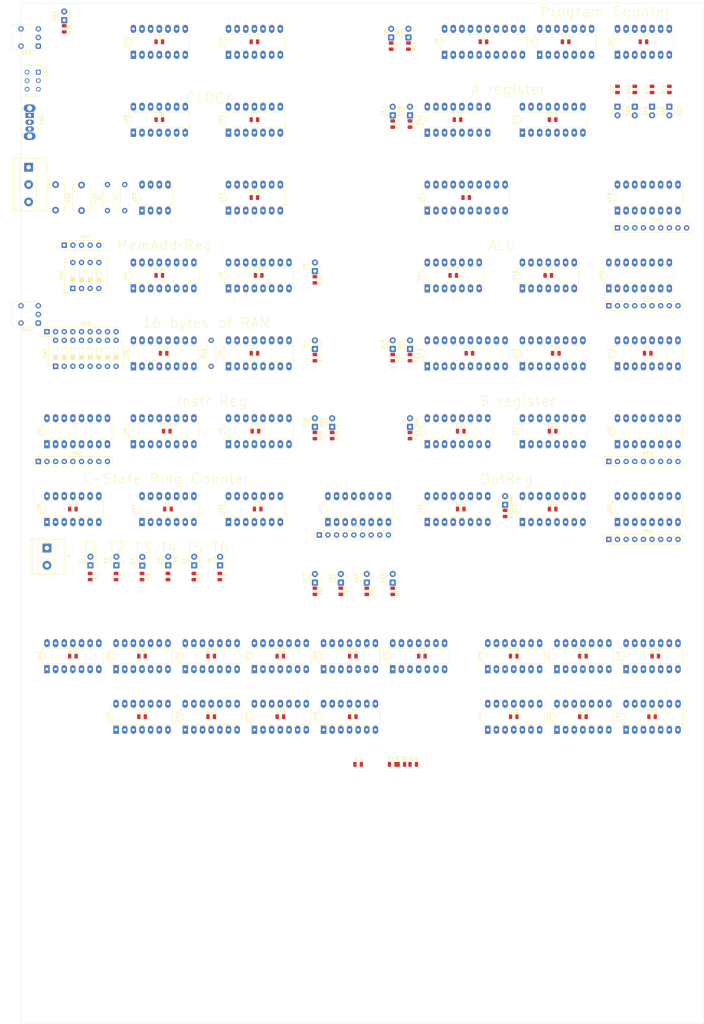
<source format=kicad_pcb>
(kicad_pcb (version 20211014) (generator pcbnew)
  (layers (0 "F.Cu" signal) (31 "B.Cu" signal) (34 "B.Paste" user) (35 "F.Paste" user) (36 "B.SilkS" user "B.Silkscreen") (37 "F.SilkS" user "F.Silkscreen") (38 "B.Mask" user) (39 "F.Mask" user) (44 "Edge.Cuts" user))
  (net 0 "")
  (net 1 "GND")
  (net 2 "+5V")
  (net 3 "+5")
  (net 4 "Net-(R1-Pad2)")
  (net 5 "/9-InstrControlRing/Ea")
  (net 6 "/9-InstrControlRing/Eu")
  (net 7 "/4-16x8RAM/D7")
  (net 8 "/4-16x8RAM/D6")
  (net 9 "/4-16x8RAM/D5")
  (net 10 "/4-16x8RAM/D4")
  (net 11 "/4-16x8RAM/D3")
  (net 12 "/4-16x8RAM/D2")
  (net 13 "Net-(U4-Pad6)")
  (net 14 "Net-(U4-Pad5)")
  (net 15 "Net-(U4-Pad4)")
  (net 16 "Net-(U4-Pad3)")
  (net 17 "Net-(U10-Pad6)")
  (net 18 "Net-(U10-Pad5)")
  (net 19 "Net-(U10-Pad4)")
  (net 20 "Net-(U10-Pad3)")
  (net 21 "Net-(U11-Pad6)")
  (net 22 "Net-(U11-Pad5)")
  (net 23 "Net-(U11-Pad4)")
  (net 24 "Net-(U11-Pad3)")
  (net 25 "Net-(U14-Pad6)")
  (net 26 "Net-(U14-Pad11)")
  (net 27 "Net-(U14-Pad3)")
  (net 28 "Net-(U14-Pad8)")
  (net 29 "Net-(U15-Pad6)")
  (net 30 "Net-(U15-Pad11)")
  (net 31 "Net-(U15-Pad3)")
  (net 32 "Net-(U15-Pad8)")
  (net 33 "Net-(D1-Pad1)")
  (net 34 "Net-(D2-Pad1)")
  (net 35 "Net-(U16-Pad13)")
  (net 36 "Net-(D3-Pad1)")
  (net 37 "Net-(D4-Pad1)")
  (net 38 "Net-(D5-Pad1)")
  (net 39 "Net-(D6-Pad1)")
  (net 40 "Net-(U16-Pad1)")
  (net 41 "Net-(U16-Pad4)")
  (net 42 "Net-(U24-Pad12)")
  (net 43 "Net-(U24-Pad10)")
  (net 44 "Net-(U25-Pad13)")
  (net 45 "Net-(U25-Pad12)")
  (net 46 "Net-(U26-Pad13)")
  (net 47 "Net-(U26-Pad2)")
  (net 48 "Net-(U26-Pad11)")
  (net 49 "Net-(U26-Pad10)")
  (net 50 "Net-(U27-Pad2)")
  (net 51 "Net-(U28-Pad3)")
  (net 52 "Net-(U31-Pad6)")
  (net 53 "Net-(U31-Pad4)")
  (net 54 "Net-(U31-Pad2)")
  (net 55 "Net-(U31-Pad8)")
  (net 56 "Net-(U32-Pad6)")
  (net 57 "Net-(U32-Pad8)")
  (net 58 "Net-(U33-Pad6)")
  (net 59 "Net-(U33-Pad8)")
  (net 60 "Net-(U35-Pad12)")
  (net 61 "Net-(U35-Pad10)")
  (net 62 "Net-(U36-Pad4)")
  (net 63 "Net-(U36-Pad11)")
  (net 64 "Net-(U36-Pad2)")
  (net 65 "Net-(U37-Pad4)")
  (net 66 "Net-(U37-Pad11)")
  (net 67 "Net-(U38-Pad4)")
  (net 68 "Net-(U39-Pad6)")
  (net 69 "Net-(U39-Pad11)")
  (net 70 "Net-(U39-Pad3)")
  (net 71 "Net-(U39-Pad8)")
  (net 72 "Net-(U40-Pad6)")
  (net 73 "Net-(U40-Pad11)")
  (net 74 "Net-(U40-Pad3)")
  (net 75 "Net-(U40-Pad8)")
  (net 76 "Net-(U41-Pad6)")
  (net 77 "Net-(U41-Pad11)")
  (net 78 "Net-(U41-Pad3)")
  (net 79 "Net-(U41-Pad8)")
  (net 80 "Net-(U42-Pad6)")
  (net 81 "Net-(U42-Pad11)")
  (net 82 "Net-(U42-Pad3)")
  (net 83 "Net-(U42-Pad8)")
  (net 84 "Net-(U43-Pad6)")
  (net 85 "Net-(U43-Pad3)")
  (net 86 "Net-(U44-Pad8)")
  (net 87 "Net-(U45-Pad6)")
  (net 88 "Net-(U45-Pad12)")
  (net 89 "Net-(U46-Pad6)")
  (net 90 "Net-(C51-Pad1)")
  (net 91 "Net-(C52-Pad1)")
  (net 92 "/4-16x8RAM/~{WRITE}")
  (net 93 "/3-InputAndMAR/A0")
  (net 94 "/3-InputAndMAR/A1")
  (net 95 "/3-InputAndMAR/A2")
  (net 96 "/3-InputAndMAR/A3")
  (net 97 "/4-16x8RAM/RUN")
  (net 98 "/1-PowerClock/RESET")
  (net 99 "/1-PowerClock/RUN")
  (net 100 "/1-PowerClock/HIGH")
  (net 101 "/1-PowerClock/LOW")
  (net 102 "/1-PowerClock/AUTO")
  (net 103 "/1-PowerClock/SSTEP")
  (net 104 "/1-PowerClock/~{CLR}")
  (net 105 "/4-16x8RAM/READ")
  (net 106 "/1-PowerClock/~{CLK}")
  (net 108 "/9-InstrControlRing/T2")
  (net 112 "/1-PowerClock/CLK")
  (net 113 "/3-InputAndMAR/~{L}m")
  (net 114 "/4-16x8RAM/W6")
  (net 115 "/4-16x8RAM/W7")
  (net 116 "/4-16x8RAM/W4")
  (net 117 "/4-16x8RAM/W5")
  (net 118 "/1-PowerClock/CLR")
  (net 119 "/5-InstructionRegister/I4")
  (net 120 "/5-InstructionRegister/I5")
  (net 121 "/5-InstructionRegister/I6")
  (net 122 "/5-InstructionRegister/I7")
  (net 123 "/5-InstructionRegister/~{L}i")
  (net 124 "/5-InstructionRegister/~{E}i")
  (net 125 "/6-AccuAddSub/W4")
  (net 126 "/6-AccuAddSub/W5")
  (net 127 "/6-AccuAddSub/W6")
  (net 128 "/6-AccuAddSub/W7")
  (net 129 "/6-AccuAddSub/~{L}a")
  (net 130 "/6-AccuAddSub/W0")
  (net 131 "/6-AccuAddSub/W1")
  (net 132 "/6-AccuAddSub/W2")
  (net 133 "/6-AccuAddSub/W3")
  (net 134 "/4-16x8RAM/D1")
  (net 135 "/6-AccuAddSub/Su")
  (net 136 "/6-AccuAddSub/REGB4")
  (net 137 "/6-AccuAddSub/REGB6")
  (net 138 "/6-AccuAddSub/REGB5")
  (net 139 "/6-AccuAddSub/REGB7")
  (net 140 "/6-AccuAddSub/REGB0")
  (net 141 "/6-AccuAddSub/REGB2")
  (net 142 "/6-AccuAddSub/REGB1")
  (net 143 "/6-AccuAddSub/REGB3")
  (net 144 "/4-16x8RAM/D0")
  (net 145 "/7-RegisterB/~{L}b")
  (net 146 "/8-OutputRegister/~{L}o")
  (net 147 "/1-PowerClock/~{HLT}")
  (net 148 "/9-InstrControlRing/T3")
  (net 149 "/9-InstrControlRing/SUB")
  (net 150 "/9-InstrControlRing/ADD")
  (net 151 "/9-InstrControlRing/LDA")
  (net 152 "/9-InstrControlRing/OUT")
  (net 153 "/9-InstrControlRing/T5")
  (net 154 "/9-InstrControlRing/T6")
  (net 155 "/9-InstrControlRing/T4")
  (net 156 "Net-(D10-Pad2)")
  (net 157 "Net-(D10-Pad1)")
  (net 158 "Net-(D11-Pad2)")
  (net 159 "Net-(D11-Pad1)")
  (net 160 "Net-(D12-Pad2)")
  (net 161 "Net-(D12-Pad1)")
  (net 162 "Net-(D13-Pad2)")
  (net 163 "Net-(D13-Pad1)")
  (net 164 "Net-(RN1-Pad9)")
  (net 165 "Net-(RN1-Pad8)")
  (net 166 "Net-(RN1-Pad7)")
  (net 167 "Net-(RN1-Pad6)")
  (net 168 "Net-(RN1-Pad5)")
  (net 169 "Net-(RN1-Pad4)")
  (net 170 "Net-(RN1-Pad3)")
  (net 171 "Net-(RN1-Pad2)")
  (net 172 "Net-(RN2-Pad9)")
  (net 173 "Net-(RN2-Pad8)")
  (net 174 "Net-(RN2-Pad7)")
  (net 175 "Net-(RN2-Pad6)")
  (net 176 "Net-(RN2-Pad5)")
  (net 177 "Net-(RN2-Pad4)")
  (net 178 "Net-(RN2-Pad3)")
  (net 179 "Net-(RN2-Pad2)")
  (net 180 "Net-(RN4-Pad9)")
  (net 181 "Net-(RN4-Pad8)")
  (net 182 "Net-(RN4-Pad7)")
  (net 183 "Net-(RN4-Pad6)")
  (net 184 "Net-(RN4-Pad5)")
  (net 185 "Net-(RN4-Pad4)")
  (net 186 "Net-(RN4-Pad3)")
  (net 187 "Net-(RN4-Pad2)")
  (net 188 "Net-(RN5-Pad9)")
  (net 189 "Net-(RN5-Pad8)")
  (net 190 "Net-(RN5-Pad7)")
  (net 191 "Net-(RN5-Pad6)")
  (net 192 "Net-(RN5-Pad5)")
  (net 193 "Net-(RN5-Pad4)")
  (net 194 "Net-(RN5-Pad3)")
  (net 195 "Net-(RN5-Pad2)")
  (net 196 "Net-(RN3-Pad9)")
  (net 197 "Net-(RN3-Pad8)")
  (net 198 "Net-(RN3-Pad7)")
  (net 199 "Net-(RN3-Pad6)")
  (net 200 "Net-(RN3-Pad5)")
  (net 201 "Net-(RN3-Pad4)")
  (net 202 "Net-(RN3-Pad3)")
  (net 203 "Net-(RN3-Pad2)")
  (net 204 "Net-(U22-Pad6)")
  (net 205 "Net-(U22-Pad5)")
  (net 206 "Net-(U22-Pad4)")
  (net 207 "Net-(U22-Pad3)")
  (net 208 "Net-(U23-Pad6)")
  (net 209 "Net-(U23-Pad5)")
  (net 210 "Net-(U23-Pad4)")
  (net 211 "Net-(U23-Pad3)")
  (net 212 "Net-(RN6-Pad9)")
  (net 213 "Net-(RN6-Pad8)")
  (net 214 "Net-(RN6-Pad7)")
  (net 215 "Net-(RN6-Pad6)")
  (net 216 "Net-(RN6-Pad5)")
  (net 217 "Net-(RN6-Pad4)")
  (net 218 "Net-(RN6-Pad3)")
  (net 219 "Net-(RN6-Pad2)")
  (net 220 "/5-InstructionRegister/I0")
  (net 221 "/5-InstructionRegister/I1")
  (net 222 "/5-InstructionRegister/I2")
  (net 223 "/5-InstructionRegister/I3")
  (net 228 "/4-16x8RAM/W3")
  (net 230 "/4-16x8RAM/W2")
  (net 232 "/4-16x8RAM/W1")
  (net 234 "/4-16x8RAM/W0")
  (net 236 "/9-InstrControlRing/T1")
  (net 237 "Net-(U16-Pad7)")
  (net 240 "Net-(U16-Pad10)")
  (net 241 "Net-(U17-Pad1)")
  (net 242 "Net-(U17-Pad4)")
  (net 243 "Net-(U17-Pad10)")
  (net 244 "Net-(U17-Pad13)")
  (net 245 "Net-(D7-Pad1)")
  (net 246 "Net-(D8-Pad1)")
  (net 247 "Net-(D9-Pad1)")
  (net 248 "Net-(D14-Pad1)")
  (net 249 "Net-(D15-Pad1)")
  (net 250 "Net-(D16-Pad1)")
  (net 251 "Net-(D17-Pad1)")
  (net 252 "Net-(D18-Pad1)")
  (net 253 "Net-(D19-Pad1)")
  (net 254 "Net-(D20-Pad1)")
  (net 255 "Net-(D21-Pad1)")
  (net 256 "Net-(D22-Pad1)")
  (net 257 "Net-(D23-Pad1)")
  (net 258 "Net-(D24-Pad1)")
  (net 259 "Net-(D25-Pad1)")
  (net 260 "Net-(D26-Pad1)")
  (net 261 "Net-(D27-Pad1)")
  (net 262 "/2-ProgramCounter/~{Ep}")
  (net 263 "/6-AccuAddSub/~{Ea}")
  (net 264 "/6-AccuAddSub/~{Eu}")
  (net 265 "Net-(U44-Pad6)")
  (net 266 "/9-InstrControlRing/Lo")
  (net 267 "Net-(SW2-Pad2)")
  (net 269 "Net-(U5-Pad1)")
  (footprint "Capacitor_THT:C_Disc_D7.5mm_W5.0mm_P7.50mm" (layer "F.Cu") (at 58.42 68.58 -90)
    (fp_text reference "C51")
    (fp_text value "10nF")
  )
  (footprint "Capacitor_THT:C_Disc_D7.5mm_W5.0mm_P7.50mm" (layer "F.Cu") (at 66.04 68.7 -90)
    (fp_text reference "C52")
    (fp_text value "10nF")
  )
  (footprint "Capacitor_SMD:C_0805_2012Metric" (layer "F.Cu") (at 233.685 224.775)
    (fp_text reference "C55")
    (fp_text value "100nF")
  )
  (footprint "Capacitor_SMD:C_0805_2012Metric" (layer "F.Cu") (at 193.045 224.775)
    (fp_text reference "C56")
    (fp_text value "100nF")
  )
  (footprint "TerminalBlock_Phoenix:TerminalBlock_Phoenix_MKDS-1,5-2-5.08_1x02_P5.08mm_Horizontal" (layer "F.Cu") (at 55.88 175.26 -90)
    (fp_text reference "J1")
    (fp_text value "PowerIn")
  )
  (footprint "Resistor_THT:R_Axial_DIN0207_L6.3mm_D2.5mm_P7.62mm_Horizontal" (layer "F.Cu") (at 78.74 76.2 90)
    (fp_text reference "R1")
    (fp_text value "36k")
  )
  (footprint "Resistor_THT:R_Axial_DIN0207_L6.3mm_D2.5mm_P7.62mm_Horizontal" (layer "F.Cu") (at 73.66 76.2 90)
    (fp_text reference "R2")
    (fp_text value "18k")
  )
  (footprint "Button_Switch_THT:SW_DIP_SPSTx04_Slide_9.78x12.34mm_W7.62mm_P2.54mm" (layer "F.Cu") (at 63.5 99.06 90)
    (fp_text reference "SW1")
    (fp_text value "MemAddr")
  )
  (footprint "Button_Switch_THT:SW_DIP_SPSTx08_Slide_6.7x21.88mm_W7.62mm_P2.54mm_LowProfile" (layer "F.Cu") (at 58.42 121.92 90)
    (fp_text reference "SW3")
    (fp_text value "DATA")
  )
  (footprint "TerminalBlock_Phoenix:TerminalBlock_Phoenix_MKDS-1,5-3-5.08_1x03_P5.08mm_Horizontal" (layer "F.Cu") (at 50.495 63.495 -90)
    (fp_text reference "SW7")
    (fp_text value "SSTEP/AUTO")
  )
  (footprint "Package_DIP:DIP-16_W7.62mm_LongPads" (layer "F.Cu") (at 81.28 99.06 90)
    (fp_text reference "U4")
    (fp_text value "74LS173")
  )
  (footprint "Package_DIP:DIP-16_W7.62mm_LongPads" (layer "F.Cu") (at 81.28 121.92 90)
    (fp_text reference "U6")
    (fp_text value "74189")
  )
  (footprint "Package_DIP:DIP-16_W7.62mm_LongPads" (layer "F.Cu") (at 109.22 121.92 90)
    (fp_text reference "U7")
    (fp_text value "74189")
  )
  (footprint "Package_DIP:DIP-16_W7.62mm_LongPads" (layer "F.Cu") (at 81.28 144.78 90)
    (fp_text reference "U8")
    (fp_text value "74LS173")
  )
  (footprint "Package_DIP:DIP-16_W7.62mm_LongPads" (layer "F.Cu") (at 109.22 144.78 90)
    (fp_text reference "U9")
    (fp_text value "74LS173")
  )
  (footprint "Package_DIP:DIP-16_W7.62mm_LongPads" (layer "F.Cu") (at 167.64 53.34 90)
    (fp_text reference "U10")
    (fp_text value "74LS173")
  )
  (footprint "Package_DIP:DIP-16_W7.62mm_LongPads" (layer "F.Cu") (at 195.58 53.34 90)
    (fp_text reference "U11")
    (fp_text value "74LS173")
  )
  (footprint "Package_DIP:DIP-14_W7.62mm_LongPads" (layer "F.Cu") (at 167.64 99.06 90)
    (fp_text reference "U14")
    (fp_text value "74LS86")
  )
  (footprint "Package_DIP:DIP-14_W7.62mm_LongPads" (layer "F.Cu") (at 195.58 99.06 90)
    (fp_text reference "U15")
    (fp_text value "74LS86")
  )
  (footprint "Package_DIP:DIP-16_W7.62mm_LongPads" (layer "F.Cu") (at 167.64 144.78 90)
    (fp_text reference "U20")
    (fp_text value "74LS173")
  )
  (footprint "Package_DIP:DIP-16_W7.62mm_LongPads" (layer "F.Cu") (at 195.58 144.78 90)
    (fp_text reference "U21")
    (fp_text value "74LS173")
  )
  (footprint "Package_DIP:DIP-16_W7.62mm_LongPads" (layer "F.Cu") (at 167.64 167.64 90)
    (fp_text reference "U22")
    (fp_text value "74LS173")
  )
  (footprint "Package_DIP:DIP-16_W7.62mm_LongPads" (layer "F.Cu") (at 195.58 167.64 90)
    (fp_text reference "U23")
    (fp_text value "74LS173")
  )
  (footprint "Package_DIP:DIP-8_W7.62mm_LongPads" (layer "F.Cu") (at 83.82 76.2 90)
    (fp_text reference "U28")
    (fp_text value "LM555xM")
  )
  (footprint "Package_DIP:DIP-14_W7.62mm_LongPads" (layer "F.Cu") (at 157.48 210.82 90)
    (fp_text reference "U31")
    (fp_text value "74LS04")
  )
  (footprint "Package_DIP:DIP-14_W7.62mm_LongPads" (layer "F.Cu") (at 226.06 228.6 90)
    (fp_text reference "U32")
    (fp_text value "74LS20")
  )
  (footprint "Package_DIP:DIP-14_W7.62mm_LongPads" (layer "F.Cu") (at 205.74 228.6 90)
    (fp_text reference "U33")
    (fp_text value "74LS20")
  )
  (footprint "Package_DIP:DIP-14_W7.62mm_LongPads" (layer "F.Cu") (at 185.42 228.6 90)
    (fp_text reference "U34")
    (fp_text value "74LS20")
  )
  (footprint "Package_DIP:DIP-14_W7.62mm_LongPads" (layer "F.Cu") (at 185.42 210.82 90)
    (fp_text reference "U35")
    (fp_text value "74LS04")
  )
  (footprint "Package_DIP:DIP-14_W7.62mm_LongPads" (layer "F.Cu") (at 109.22 167.64 90)
    (fp_text reference "U36")
    (fp_text value "74LS107")
  )
  (footprint "Package_DIP:DIP-14_W7.62mm_LongPads" (layer "F.Cu") (at 83.82 167.64 90)
    (fp_text reference "U37")
    (fp_text value "74LS107")
  )
  (footprint "Package_DIP:DIP-14_W7.62mm_LongPads" (layer "F.Cu") (at 55.875 167.64 90)
    (fp_text reference "U38")
    (fp_text value "74LS107")
  )
  (footprint "Package_DIP:DIP-14_W7.62mm_LongPads" (layer "F.Cu") (at 137.16 210.82 90)
    (fp_text reference "U39")
    (fp_text value "74LS00")
  )
  (footprint "Package_DIP:DIP-14_W7.62mm_LongPads" (layer "F.Cu") (at 116.835 210.82 90)
    (fp_text reference "U40")
    (fp_text value "74LS00")
  )
  (footprint "Package_DIP:DIP-14_W7.62mm_LongPads" (layer "F.Cu") (at 96.515 210.82 90)
    (fp_text reference "U41")
    (fp_text value "74LS00")
  )
  (footprint "Package_DIP:DIP-14_W7.62mm_LongPads" (layer "F.Cu") (at 76.195 210.82 90)
    (fp_text reference "U42")
    (fp_text value "74LS00")
  )
  (footprint "Package_DIP:DIP-14_W7.62mm_LongPads" (layer "F.Cu") (at 55.88 210.82 90)
    (fp_text reference "U43")
    (fp_text value "74LS00")
  )
  (footprint "Package_DIP:DIP-14_W7.62mm_LongPads" (layer "F.Cu") (at 116.84 228.6 90)
    (fp_text reference "U44")
    (fp_text value "74LS20")
  )
  (footprint "Package_DIP:DIP-14_W7.62mm_LongPads" (layer "F.Cu") (at 96.52 228.6 90)
    (fp_text reference "U45")
    (fp_text value "74LS10")
  )
  (footprint "Package_DIP:DIP-14_W7.62mm_LongPads" (layer "F.Cu") (at 76.2 228.6 90)
    (fp_text reference "U46")
    (fp_text value "74LS00")
  )
  (footprint "Package_DIP:DIP-14_W7.62mm_LongPads" (layer "F.Cu") (at 205.74 210.82 90)
    (fp_text reference "U47")
    (fp_text value "74LS04")
  )
  (footprint "Package_DIP:DIP-14_W7.62mm_LongPads" (layer "F.Cu") (at 226.06 210.82 90)
    (fp_text reference "U48")
    (fp_text value "74LS04")
  )
  (footprint "Resistor_THT:R_Axial_DIN0207_L6.3mm_D2.5mm_P7.62mm_Horizontal" (layer "F.Cu") (at 104.14 121.92 90)
    (fp_text reference "R11")
    (fp_text value "10K")
  )
  (footprint "Package_DIP:DIP-20_W7.62mm_LongPads" (layer "F.Cu") (at 172.72 30.48 90)
    (fp_text reference "U3")
    (fp_text value "74LS245")
  )
  (footprint "Package_DIP:DIP-16_W7.62mm_LongPads" (layer "F.Cu") (at 109.22 99.06 90)
    (fp_text reference "U5")
    (fp_text value "74LS157")
  )
  (footprint "Package_DIP:DIP-20_W7.62mm_LongPads" (layer "F.Cu") (at 167.64 76.2 90)
    (fp_text reference "U12")
    (fp_text value "74LS245")
  )
  (footprint "Package_DIP:DIP-14_W7.62mm_LongPads" (layer "F.Cu") (at 81.28 53.34 90)
    (fp_text reference "U26")
    (fp_text value "74LS00")
  )
  (footprint "LED_THT:LED_D3.0mm" (layer "F.Cu") (at 223.52 45.72 -90)
    (fp_text reference "D10")
    (fp_text value "Or")
  )
  (footprint "LED_THT:LED_D3.0mm" (layer "F.Cu") (at 228.6 45.72 -90)
    (fp_text reference "D11")
    (fp_text value "Or")
  )
  (footprint "LED_THT:LED_D3.0mm" (layer "F.Cu") (at 233.68 45.72 -90)
    (fp_text reference "D12")
    (fp_text value "Or")
  )
  (footprint "LED_THT:LED_D3.0mm" (layer "F.Cu") (at 238.76 45.72 -90)
    (fp_text reference "D13")
    (fp_text value "Or")
  )
  (footprint "Resistor_SMD:R_0805_2012Metric" (layer "F.Cu") (at 223.52 40.64 90)
    (fp_text reference "R12")
    (fp_text value "470")
  )
  (footprint "Resistor_SMD:R_0805_2012Metric" (layer "F.Cu") (at 228.6 40.64 90)
    (fp_text reference "R13")
    (fp_text value "470")
  )
  (footprint "Resistor_SMD:R_0805_2012Metric" (layer "F.Cu") (at 233.68 40.64 90)
    (fp_text reference "R14")
    (fp_text value "470")
  )
  (footprint "Resistor_SMD:R_0805_2012Metric" (layer "F.Cu") (at 238.76 40.64 90)
    (fp_text reference "R15")
    (fp_text value "470")
  )
  (footprint "Resistor_THT:R_Array_SIP9" (layer "F.Cu") (at 135.905 171.435)
    (fp_text reference "RN1")
    (fp_text value "470")
  )
  (footprint "Resistor_THT:R_Array_SIP9" (layer "F.Cu") (at 223.52 81.28)
    (fp_text reference "RN2")
    (fp_text value "470")
  )
  (footprint "Resistor_THT:R_Array_SIP9" (layer "F.Cu") (at 220.98 104.14)
    (fp_text reference "RN4")
    (fp_text value "470")
  )
  (footprint "Resistor_THT:R_Array_SIP9" (layer "F.Cu") (at 220.98 149.86)
    (fp_text reference "RN5")
    (fp_text value "470")
  )
  (footprint "Package_DIP:DIP-16_W7.62mm_LongPads" (layer "F.Cu") (at 138.445 167.64 90)
    (fp_text reference "U13")
    (fp_text value "BUS")
  )
  (footprint "Package_DIP:DIP-16_W7.62mm_LongPads" (layer "F.Cu") (at 223.52 76.2 90)
    (fp_text reference "U18")
    (fp_text value "AReg")
  )
  (footprint "Package_DIP:DIP-16_W7.62mm_LongPads" (layer "F.Cu") (at 220.98 99.06 90)
    (fp_text reference "U52")
    (fp_text value "ALU")
  )
  (footprint "Package_DIP:DIP-16_W7.62mm_LongPads" (layer "F.Cu") (at 223.52 144.78 90)
    (fp_text reference "U50")
    (fp_text value "BReg")
  )
  (footprint "Package_DIP:DIP-20_W7.62mm_LongPads" (layer "F.Cu") (at 167.64 121.92 90)
    (fp_text reference "U19")
    (fp_text value "74LS245")
  )
  (footprint "Resistor_THT:R_Array_SIP9" (layer "F.Cu") (at 220.98 172.72)
    (fp_text reference "RN3")
    (fp_text value "470")
  )
  (footprint "Package_DIP:DIP-16_W7.62mm_LongPads" (layer "F.Cu") (at 223.52 167.64 90)
    (fp_text reference "U30")
    (fp_text value "OutReg")
  )
  (footprint "Resistor_THT:R_Array_SIP9" (layer "F.Cu") (at 53.34 149.86)
    (fp_text reference "RN6")
    (fp_text value "470")
  )
  (footprint "Package_DIP:DIP-16_W7.62mm_LongPads" (layer "F.Cu") (at 55.88 144.78 90)
    (fp_text reference "U51")
    (fp_text value "InstReg")
  )
  (footprint "LED_THT:LED_D3.0mm" (layer "F.Cu") (at 60.96 20.32 90)
    (fp_text reference "D23")
    (fp_text value "HLT")
  )
  (footprint "Capacitor_SMD:C_0805_2012Metric" (layer "F.Cu") (at 175.265 95.235)
    (fp_text reference "C47")
    (fp_text value "100nF")
  )
  (footprint "Resistor_SMD:R_0805_2012Metric" (layer "F.Cu") (at 134.62 142.24 -90)
    (fp_text reference "R18")
    (fp_text value "620")
  )
  (footprint "Capacitor_SMD:C_0805_2012Metric" (layer "F.Cu") (at 204.455 163.815)
    (fp_text reference "C35")
    (fp_text value "100nF")
  )
  (footprint "Capacitor_SMD:C_0805_2012Metric" (layer "F.Cu") (at 177.465 163.815)
    (fp_text reference "C16")
    (fp_text value "100nF")
  )
  (footprint "Resistor_SMD:R_0805_2012Metric" (layer "F.Cu") (at 68.58 183.63 -90)
    (fp_text reference "R3")
    (fp_text value "620")
  )
  (footprint "Capacitor_SMD:C_0805_2012Metric" (layer "F.Cu") (at 124.465 224.775)
    (fp_text reference "C40")
    (fp_text value "100nF")
  )
  (footprint "LED_THT:LED_D3.0mm" (layer "F.Cu") (at 157.48 185.42 90)
    (fp_text reference "D24")
    (fp_text value "OUT")
  )
  (footprint "Capacitor_SMD:C_0805_2012Metric" (layer "F.Cu") (at 203.205 95.235)
    (fp_text reference "C44")
    (fp_text value "100nF")
  )
  (footprint "Capacitor_SMD:C_0805_2012Metric" (layer "F.Cu") (at 177.465 140.955)
    (fp_text reference "C34")
    (fp_text value "100nF")
  )
  (footprint "LED_THT:LED_D3.0mm" (layer "F.Cu") (at 162.56 116.84 90)
    (fp_text reference "D20")
    (fp_text value "Eu")
  )
  (footprint "Package_DIP:DIP-14_W7.62mm_LongPads" (layer "F.Cu") (at 109.22 53.34 90)
    (fp_text reference "U27")
    (fp_text value "7404")
  )
  (footprint "Resistor_SMD:R_0805_2012Metric" (layer "F.Cu") (at 134.62 119.38 -90)
    (fp_text reference "R17")
    (fp_text value "620")
  )
  (footprint "LED_THT:LED_D3.0mm" (layer "F.Cu") (at 139.7 139.7 90)
    (fp_text reference "D16")
    (fp_text value "Ei")
  )
  (footprint "Capacitor_SMD:C_0805_2012Metric" (layer "F.Cu") (at 88.9 95.235)
    (fp_text reference "C36")
    (fp_text value "100nF")
  )
  (footprint "Capacitor_SMD:C_0805_2012Metric" (layer "F.Cu") (at 147.32 238.76)
    (fp_text reference "C7")
    (fp_text value "100nF")
  )
  (footprint "Resistor_SMD:R_0805_2012Metric" (layer "F.Cu") (at 157.025424 27.92 -90)
    (fp_text reference "R9")
    (fp_text value "620")
  )
  (footprint "LED_THT:LED_D3.0mm" (layer "F.Cu") (at 157.48 48.26 90)
    (fp_text reference "D17")
    (fp_text value "La")
  )
  (footprint "Capacitor_SMD:C_0805_2012Metric" (layer "F.Cu") (at 232.395 118.095)
    (fp_text reference "C1")
    (fp_text value "100nF")
  )
  (footprint "Button_Switch_THT:SW_CuK_JS202011AQN_DPDT_Angled" (layer "F.Cu") (at 53.34 35.56 -90)
    (fp_text reference "SW2")
    (fp_text value "RUN/~{PROG}")
  )
  (footprint "Button_Switch_THT:SW_CuK_OS102011MA1QN1_SPDT_Angled" (layer "F.Cu") (at 50.8 48.26 -90)
    (fp_text reference "SW6")
    (fp_text value "STEP")
  )
  (footprint "Resistor_SMD:R_0805_2012Metric" (layer "F.Cu") (at 157.48 50.8 -90)
    (fp_text reference "R20")
    (fp_text value "620")
  )
  (footprint "Resistor_SMD:R_0805_2012Metric" (layer "F.Cu") (at 157.48 187.96 -90)
    (fp_text reference "R27")
    (fp_text value "620")
  )
  (footprint "Resistor_SMD:R_0805_2012Metric" (layer "F.Cu") (at 134.62 96.52 -90)
    (fp_text reference "R16")
    (fp_text value "620")
  )
  (footprint "Resistor_SMD:R_0805_2012Metric" (layer "F.Cu") (at 162.56 142.24 -90)
    (fp_text reference "R24")
    (fp_text value "620")
  )
  (footprint "Resistor_SMD:R_0805_2012Metric" (layer "F.Cu") (at 190.5 165.1 -90)
    (fp_text reference "R25")
    (fp_text value "620")
  )
  (footprint "Package_DIP:DIP-14_W7.62mm_LongPads" (layer "F.Cu") (at 200.66 30.48 90)
    (fp_text reference "U1")
    (fp_text value "74LS107")
  )
  (footprint "Capacitor_SMD:C_0805_2012Metric" (layer "F.Cu") (at 166.055 206.995)
    (fp_text reference "C3")
    (fp_text value "100nF")
  )
  (footprint "Resistor_SMD:R_0805_2012Metric" (layer "F.Cu") (at 142.24 187.96 -90)
    (fp_text reference "R29")
    (fp_text value "620")
  )
  (footprint "LED_THT:LED_D3.0mm" (layer "F.Cu") (at 83.901386 180.41 90)
    (fp_text reference "D3")
    (fp_text value "Grn")
  )
  (footprint "Capacitor_SMD:C_0805_2012Metric" (layer "F.Cu") (at 179.065 72.375)
    (fp_text reference "C4")
    (fp_text value "100nF")
  )
  (footprint "Capacitor_SMD:C_0805_2012Metric" (layer "F.Cu") (at 88.905 49.515)
    (fp_text reference "C38")
    (fp_text value "100nF")
  )
  (footprint "Capacitor_SMD:C_0805_2012Metric" (layer "F.Cu") (at 83.82 206.995)
    (fp_text reference "C41")
    (fp_text value "100nF")
  )
  (footprint "Package_DIP:DIP-14_W7.62mm_LongPads" (layer "F.Cu") (at 109.22 76.2 90)
    (fp_text reference "U29")
    (fp_text value "74LS107")
  )
  (footprint "LED_THT:LED_D3.0mm" (layer "F.Cu") (at 134.62 139.7 90)
    (fp_text reference "D15")
    (fp_text value "Li")
  )
  (footprint "Capacitor_SMD:C_0805_2012Metric" (layer "F.Cu") (at 88.905 26.655)
    (fp_text reference "C37")
    (fp_text value "100nF")
  )
  (footprint "Capacitor_SMD:C_0805_2012Metric" (layer "F.Cu") (at 117.795 163.815)
    (fp_text reference "C6")
    (fp_text value "100nF")
  )
  (footprint "Capacitor_SMD:C_0805_2012Metric" (layer "F.Cu") (at 116.84 118.095)
    (fp_text reference "C2")
    (fp_text value "100nF")
  )
  (footprint "Capacitor_SMD:C_0805_2012Metric" (layer "F.Cu") (at 208.285 26.655)
    (fp_text reference "C24")
    (fp_text value "100nF")
  )
  (footprint "Capacitor_SMD:C_0805_2012Metric" (layer "F.Cu") (at 104.14 206.995)
    (fp_text reference "C33")
    (fp_text value "100nF")
  )
  (footprint "Resistor_SMD:R_0805_2012Metric" (layer "F.Cu") (at 91.44 183.63 -90)
    (fp_text reference "R6")
    (fp_text value "620")
  )
  (footprint "Capacitor_SMD:C_0805_2012Metric" (layer "F.Cu") (at 145.735 206.995)
    (fp_text reference "C10")
    (fp_text value "100nF")
  )
  (footprint "Capacitor_SMD:C_0805_2012Metric" (layer "F.Cu") (at 176.515 49.515)
    (fp_text reference "C21")
    (fp_text value "100nF")
  )
  (footprint "Capacitor_SMD:C_0805_2012Metric" (layer "F.Cu") (at 118.095 95.235)
    (fp_text reference "C42")
    (fp_text value "100nF")
  )
  (footprint "LED_THT:LED_D3.0mm" (layer "F.Cu") (at 190.5 162.56 90)
    (fp_text reference "D22")
    (fp_text value "L0")
  )
  (footprint "LED_THT:LED_D3.0mm" (layer "F.Cu") (at 106.761386 180.34 90)
    (fp_text reference "D6")
    (fp_text value "Grn")
  )
  (footprint "LED_THT:LED_D3.0mm" (layer "F.Cu") (at 162.56 139.7 90)
    (fp_text reference "D21")
    (fp_text value "Lb")
  )
  (footprint "Capacitor_SMD:C_0805_2012Metric" (layer "F.Cu") (at 116.845 49.515)
    (fp_text reference "C5")
    (fp_text value "100nF")
  )
  (footprint "Resistor_SMD:R_0805_2012Metric" (layer "F.Cu") (at 134.62 187.96 -90)
    (fp_text reference "R30")
    (fp_text value "620")
  )
  (footprint "LED_THT:LED_D3.0mm" (layer "F.Cu") (at 157.48 116.84 90)
    (fp_text reference "D19")
    (fp_text value "Su")
  )
  (footprint "LED_THT:LED_D3.0mm" (layer "F.Cu") (at 134.62 185.42 90)
    (fp_text reference "D27")
    (fp_text value "LDA")
  )
  (footprint "Capacitor_SMD:C_0805_2012Metric" (layer "F.Cu") (at 213.365 206.995)
    (fp_text reference "C14")
    (fp_text value "100nF")
  )
  (footprint "Package_DIP:DIP-14_W7.62mm_LongPads" (layer "F.Cu") (at 137.16 228.6 90)
    (fp_text reference "U49")
    (fp_text value "74LS04")
  )
  (footprint "Resistor_SMD:R_0805_2012Metric" (layer "F.Cu") (at 83.82 183.63 -90)
    (fp_text reference "R5")
    (fp_text value "620")
  )
  (footprint "LED_THT:LED_D3.0mm" (layer "F.Cu") (at 162.56 48.26 90)
    (fp_text reference "D18")
    (fp_text value "Ea")
  )
  (footprint "Resistor_SMD:R_0805_2012Metric" (layer "F.Cu") (at 162.56 50.8 -90)
    (fp_text reference "R21")
    (fp_text value "620")
  )
  (footprint "Resistor_THT:R_Array_SIP9" (layer "F.Cu") (at 55.88 111.76)
    (fp_text reference "RN8")
    (fp_text value "24k")
  )
  (footprint "Package_DIP:DIP-14_W7.62mm_LongPads" (layer "F.Cu") (at 81.28 30.48 90)
    (fp_text reference "U24")
    (fp_text value "7400")
  )
  (footprint "Capacitor_SMD:C_0805_2012Metric" (layer "F.Cu") (at 91.105 140.955)
    (fp_text reference "C17")
    (fp_text value "100nF")
  )
  (footprint "Capacitor_SMD:C_0805_2012Metric" (layer "F.Cu") (at 163.51 238.76)
    (fp_text reference "C27")
    (fp_text value "100nF")
  )
  (footprint "LED_THT:LED_D3.0mm" (layer "F.Cu") (at 149.86 185.42 90)
    (fp_text reference "D25")
    (fp_text value "SUB")
  )
  (footprint "Capacitor_SMD:C_0805_2012Metric" (layer "F.Cu") (at 116.845 72.375)
    (fp_text reference "C46")
    (fp_text value "100nF")
  )
  (footprint "Capacitor_SMD:C_0805_2012Metric" (layer "F.Cu") (at 160.02 238.76)
    (fp_text reference "C39")
    (fp_text value "100nF")
  )
  (footprint "Capacitor_SMD:C_0805_2012Metric" (layer "F.Cu") (at 91.445 163.815)
    (fp_text reference "C9")
    (fp_text value "100nF")
  )
  (footprint "Resistor_SMD:R_0805_2012Metric" (layer "F.Cu") (at 106.68 183.63 -90)
    (fp_text reference "R8")
    (fp_text value "620")
  )
  (footprint "LED_THT:LED_D3.0mm" (layer "F.Cu") (at 157.025424 25.38 90)
    (fp_text reference "D7")
    (fp_text value "Cp")
  )
  (footprint "Resistor_SMD:R_0805_2012Metric" (layer "F.Cu") (at 99.06 183.63 -90)
    (fp_text reference "R7")
    (fp_text value "620")
  )
  (footprint "Resistor_SMD:R_0805_2012Metric" (layer "F.Cu") (at 149.86 187.96 -90)
    (fp_text reference "R28")
    (fp_text value "620")
  )
  (footprint "LED_THT:LED_D3.0mm" (layer "F.Cu") (at 99.141386 180.34 90)
    (fp_text reference "D5")
    (fp_text value "Grn")
  )
  (footprint "LED_THT:LED_D3.0mm" (layer "F.Cu") (at 162.105424 25.38 90)
    (fp_text reference "D8")
    (fp_text value "Ep")
  )
  (footprint "Capacitor_SMD:C_0805_2012Metric" (layer "F.Cu") (at 116.845 26.655)
    (fp_text reference "C43")
    (fp_text value "100nF")
  )
  (footprint "Resistor_SMD:R_0805_2012Metric" (layer "F.Cu") (at 162.105424 27.92 -90)
    (fp_text reference "R10")
    (fp_text value "620")
  )
  (footprint "LED_THT:LED_D3.0mm" (layer "F.Cu") (at 68.661386 180.34 90)
    (fp_text reference "D1")
    (fp_text value "Grn")
  )
  (footprint "Capacitor_SMD:C_0805_2012Metric" (layer "F.Cu") (at 83.825 224.775)
    (fp_text reference "C25")
    (fp_text value "100nF")
  )
  (footprint "Capacitor_SMD:C_0805_2012Metric" (layer "F.Cu") (at 231.145 26.655)
    (fp_text reference "C8")
    (fp_text value "100nF")
  )
  (footprint "Package_DIP:DIP-14_W7.62mm_LongPads" (layer "F.Cu") (at 223.52 30.48 90)
    (fp_text reference "U2")
    (fp_text value "74LS107")
  )
  (footprint "Capacitor_SMD:C_0805_2012Metric" (layer "F.Cu") (at 204.455 49.515)
    (fp_text reference "C45")
    (fp_text value "100nF")
  )
  (footprint "Capacitor_SMD:C_0805_2012Metric" (layer "F.Cu") (at 204.455 140.955)
    (fp_text reference "C12")
    (fp_text value "100nF")
  )
  (footprint "Capacitor_SMD:C_0805_2012Metric" (layer "F.Cu") (at 145.735 224.775)
    (fp_text reference "C31")
    (fp_text value "100nF")
  )
  (footprint "Resistor_THT:R_Array_SIP5" (layer "F.Cu") (at 60.96 86.36)
    (fp_text reference "RN7")
    (fp_text value "24k")
  )
  (footprint "Package_DIP:DIP-14_W7.62mm_LongPads" (layer "F.Cu") (at 109.22 30.48 90)
    (fp_text reference "U25")
    (fp_text value "74LS10")
  )
  (footprint "Resistor_SMD:R_0805_2012Metric" (layer "F.Cu") (at 76.2 183.63 -90)
    (fp_text reference "R4")
    (fp_text value "620")
  )
  (footprint "Capacitor_SMD:C_0805_2012Metric" (layer "F.Cu") (at 117.145 140.955)
    (fp_text reference "C48")
    (fp_text value "100nF")
  )
  (footprint "LED_THT:LED_D3.0mm" (layer "F.Cu") (at 134.62 116.84 90)
    (fp_text reference "D14")
    (fp_text value "CE")
  )
  (footprint "Capacitor_SMD:C_0805_2012Metric" (layer "F.Cu") (at 205.405 118.095)
    (fp_text reference "C18")
    (fp_text value "100nF")
  )
  (footprint "Resistor_SMD:R_0805_2012Metric" (layer "F.Cu") (at 157.48 119.38 -90)
    (fp_text reference "R22")
    (fp_text value "620")
  )
  (footprint "Resistor_SMD:R_0805_2012Metric" (layer "F.Cu") (at 60.96 22.86 -90)
    (fp_text reference "R26")
    (fp_text value "620")
  )
  (footprint "Capacitor_SMD:C_0805_2012Metric" (layer "F.Cu") (at 234.635 206.995)
    (fp_text reference "C26")
    (fp_text value "100nF")
  )
  (footprint "Capacitor_SMD:C_0805_2012Metric" (layer "F.Cu") (at 180.015 118.095)
    (fp_text reference "C13")
    (fp_text value "100nF")
  )
  (footprint "Package_DIP:DIP-16_W7.62mm_LongPads" (layer "F.Cu") (at 195.58 121.92 90)
    (fp_text reference "U16")
    (fp_text value "74LS283")
  )
  (footprint "Capacitor_SMD:C_0805_2012Metric" (layer "F.Cu") (at 184.145 26.655)
    (fp_text reference "C22")
    (fp_text value "100nF")
  )
  (footprint "Capacitor_SMD:C_0805_2012Metric" (layer "F.Cu") (at 90.155 118.095)
    (fp_text reference "C11")
    (fp_text value "100nF")
  )
  (footprint "Capacitor_SMD:C_0805_2012Metric" (layer "F.Cu") (at 193.045 206.995)
    (fp_text reference "C29")
    (fp_text value "100nF")
  )
  (footprint "Capacitor_SMD:C_0805_2012Metric" (layer "F.Cu") (at 104.145 224.775)
    (fp_text reference "C23")
    (fp_text value "100nF")
  )
  (footprint "Capacitor_SMD:C_0805_2012Metric" (layer "F.Cu") (at 63.5 163.815)
    (fp_text reference "C19")
    (fp_text value "100nF")
  )
  (footprint "LED_THT:LED_D3.0mm" (layer "F.Cu") (at 134.62 93.98 90)
    (fp_text reference "D9")
    (fp_text value "Lm")
  )
  (footprint "Button_Switch_THT:SW_Push_1P2T_Vertical_E-Switch_800UDP8P1A1M6" (layer "F.Cu") (at 53.34 27.94 180)
    (fp_text reference "SW5")
    (fp_text value "RUN/RESET")
  )
  (footprint "Capacitor_SMD:C_0805_2012Metric" (layer "F.Cu") (at 124.46 206.995)
    (fp_text reference "C20")
    (fp_text value "100nF")
  )
  (footprint "Capacitor_SMD:C_0805_2012Metric" (layer "F.Cu") (at 63.505 206.995)
    (fp_text reference "C32")
    (fp_text value "100nF")
  )
  (footprint "Capacitor_SMD:C_0805_2012Metric" (layer "F.Cu") (at 157.48 238.76)
    (fp_text reference "C15")
    (fp_text value "100nF")
  )
  (footprint "Capacitor_SMD:C_0805_2012Metric" (layer "F.Cu") (at 213.365 224.775)
    (fp_text reference "C28")
    (fp_text value "100nF")
  )
  (footprint "Package_DIP:DIP-16_W7.62mm_LongPads" (layer "F.Cu") (at 223.52 121.92 90)
    (fp_text reference "U17")
    (fp_text value "74LS283")
  )
  (footprint "Resistor_SMD:R_0805_2012Metric" (layer "F.Cu") (at 139.7 142.24 -90)
    (fp_text reference "R19")
    (fp_text value "620")
  )
  (footprint "LED_THT:LED_D3.0mm" (layer "F.Cu") (at 142.24 185.42 90)
    (fp_text reference "D26")
    (fp_text value "ADD")
  )
  (footprint "LED_THT:LED_D3.0mm" (layer "F.Cu") (at 76.281386 180.34 90)
    (fp_text reference "D2")
    (fp_text value "Grn")
  )
  (footprint "Resistor_SMD:R_0805_2012Metric" (layer "F.Cu") (at 162.56 119.38 -90)
    (fp_text reference "R23")
    (fp_text value "620")
  )
  (footprint "Button_Switch_THT:SW_Push_1P2T_Vertical_E-Switch_800UDP8P1A1M6" (layer "F.Cu") (at 53.34 109.22 180)
    (fp_text reference "SW4")
    (fp_text value "READ/~{WRITE}")
  )
  (footprint "LED_THT:LED_D3.0mm" (layer "F.Cu") (at 91.521386 180.34 90)
    (fp_text reference "D4")
    (fp_text value "Grn")
  )
  (gr_line (start 248.92 314.96) (end 48.26 314.96) (layer "Edge.Cuts") (width 0.05))
  (gr_line (start 48.26 314.96) (end 48.26 15.24) (layer "Edge.Cuts") (width 0.05))
  (gr_line (start 48.26 15.24) (end 248.92 15.24) (layer "Edge.Cuts") (width 0.05))
  (gr_line (start 248.92 15.24) (end 248.92 314.96) (layer "Edge.Cuts") (width 0.05))
  (gr_text "A register" (at 180.34 40.64) (layer "F.SilkS") (effects (font (size 3 3)) (justify left)))
  (gr_text "ALU" (at 185.42 86.36) (layer "F.SilkS") (effects (font (size 3 3)) (justify left)))
  (gr_text "CLOCK" (at 96.52 43.18) (layer "F.SilkS") (effects (font (size 3 3)) (justify left)))
  (gr_text "16 bytes of RAM\n" (at 83.82 109.22) (layer "F.SilkS") (effects (font (size 3 3)) (justify left)))
  (gr_text "Program Counter" (at 200.66 17.78) (layer "F.SilkS") (effects (font (size 3 3)) (justify left)))
  (gr_text "T5" (at 96.52 175.26) (layer "F.SilkS") (effects (font (size 3 3)) (justify left)))
  (gr_text "T2" (at 73.66 175.26) (layer "F.SilkS") (effects (font (size 3 3)) (justify left)))
  (gr_text "T6" (at 104.14 175.26) (layer "F.SilkS") (effects (font (size 3 3)) (justify left)))
  (gr_text "T4" (at 88.9 175.26) (layer "F.SilkS") (effects (font (size 3 3)) (justify left)))
  (gr_text "T3" (at 81.28 175.26) (layer "F.SilkS") (effects (font (size 3 3)) (justify left)))
  (gr_text "T-State Ring Counter" (at 66.04 154.94) (layer "F.SilkS") (effects (font (size 3 3)) (justify left)))
  (gr_text "OutReg" (at 182.88 154.94) (layer "F.SilkS") (effects (font (size 3 3)) (justify left)))
  (gr_text "T1" (at 66.04 175.26) (layer "F.SilkS") (effects (font (size 3 3)) (justify left)))
  (gr_text "MemAddrReg" (at 76.2 86.36) (layer "F.SilkS") (effects (font (size 3 3)) (justify left)))
  (gr_text "Instr Reg" (at 93.98 132.08) (layer "F.SilkS") (effects (font (size 3 3)) (justify left)))
  (gr_text "B register" (at 182.88 132.08) (layer "F.SilkS") (effects (font (size 3 3)) (justify left)))
)
</source>
